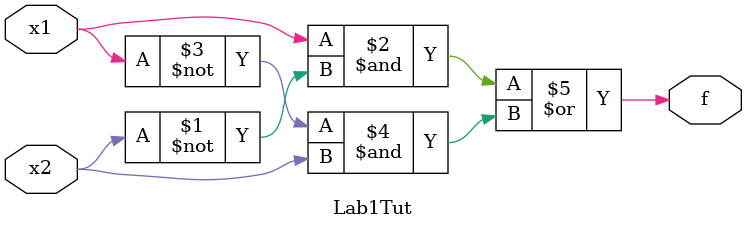
<source format=v>
module Lab1Tut(x1,x2,f);

input x1;
input x2;
output f;

assign f = (x1 & ~x2)|(~x1 & x2);


endmodule

</source>
